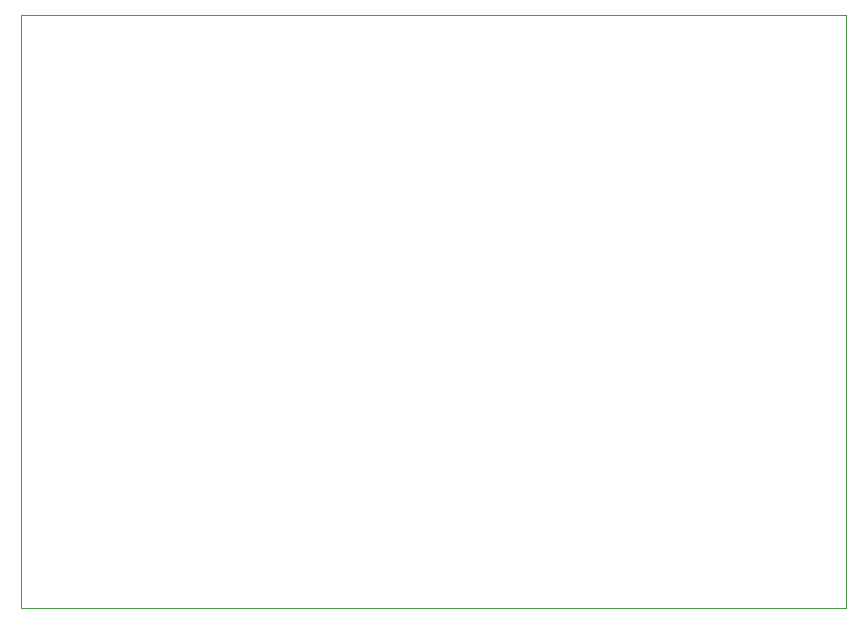
<source format=gko>
G04 (created by PCBNEW (2013-03-31 BZR 4008)-stable) date 13.09.2013 22:32:34*
%MOIN*%
G04 Gerber Fmt 3.4, Leading zero omitted, Abs format*
%FSLAX34Y34*%
G01*
G70*
G90*
G04 APERTURE LIST*
%ADD10C,0.006*%
%ADD11C,0.00393701*%
G04 APERTURE END LIST*
G54D10*
G54D11*
X15500Y-26750D02*
X15500Y-7000D01*
X43000Y-26750D02*
X15500Y-26750D01*
X43000Y-7000D02*
X43000Y-26750D01*
X15500Y-7000D02*
X43000Y-7000D01*
M02*

</source>
